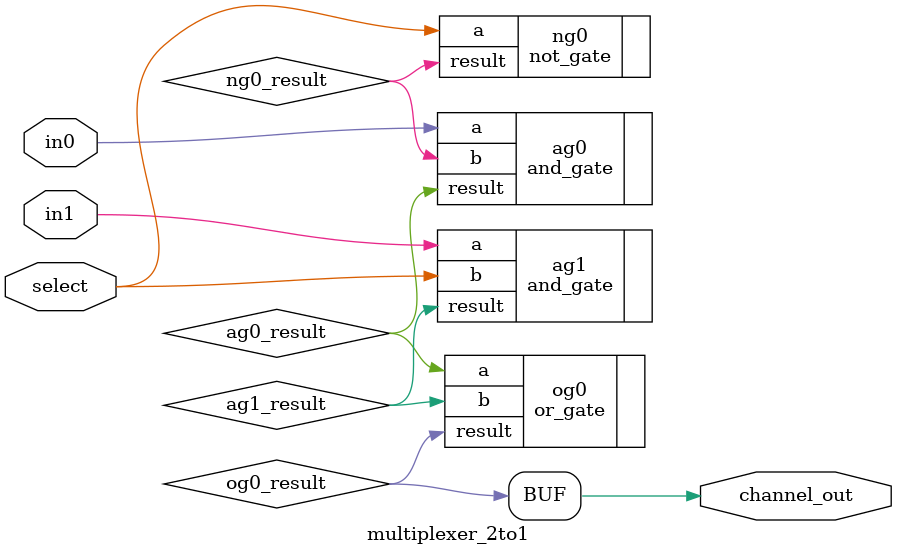
<source format=v>
module multiplexer_2to1(
    input wire in0,
    input wire in1,
    input wire select,
    output wire channel_out
);

wire ng0_result;
not_gate ng0(.a(select), .result(ng0_result));

wire ag0_result, ag1_result;
and_gate ag0(.a(in0), .b(ng0_result), .result(ag0_result));
and_gate ag1(.a(in1), .b(select), .result(ag1_result));

wire og0_result;
or_gate og0(.a(ag0_result), .b(ag1_result), .result(og0_result));

assign channel_out = og0_result;

endmodule
</source>
